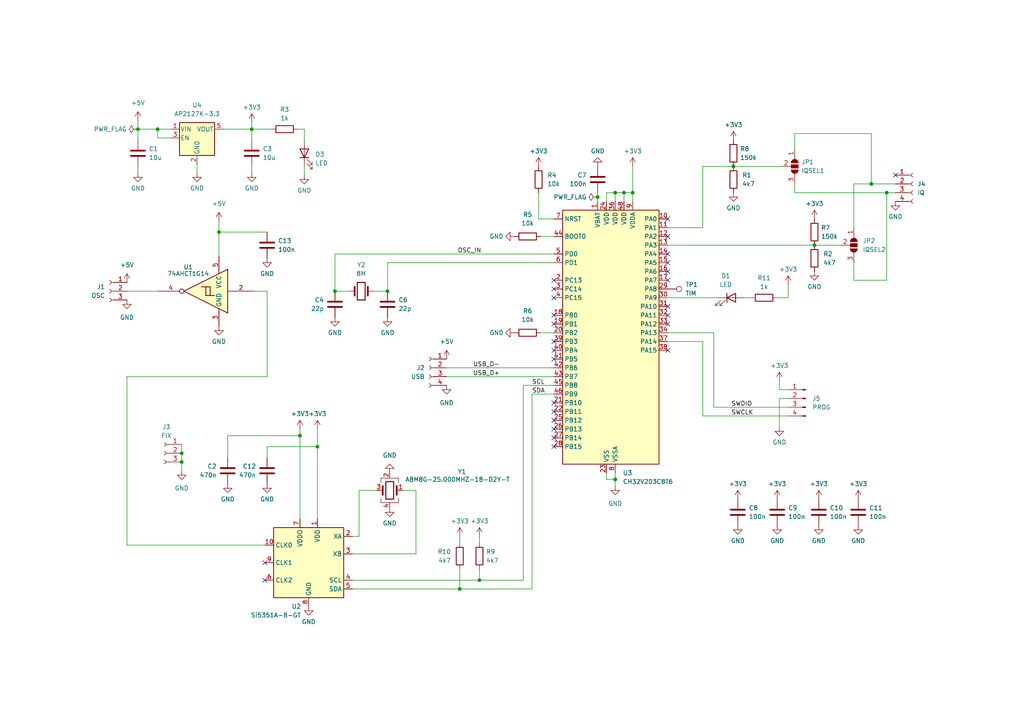
<source format=kicad_sch>
(kicad_sch (version 20231120) (generator "eeschema") (generator_version "8.0")
  (paper "A4")
  (lib_symbols
    (symbol "74xGxx:74AHCT1G14"
      (property "Reference" "U" (at -2.54 3.81 0))
      (property "Value" "74AHCT1G14" (at 0 -3.81 0))
      (symbol "74AHCT1G14_0_1"
        (polyline (pts (xy -2.54 -1.27) (xy -1.27 -1.27) (xy -1.27 1.27)) (stroke (width 0.254)) (fill (type background)))
        (polyline (pts (xy -7.62 6.35) (xy -7.62 -6.35) (xy 5.08 0) (xy -7.62 6.35)) (stroke (width 0.254)) (fill (type background)))
        (polyline (pts (xy -3.81 -1.27) (xy -2.54 -1.27) (xy -2.54 1.27) (xy 0 1.27)) (stroke (width 0.254)) (fill (type background)))
      )
      (symbol "74AHCT1G14_1_1"
        (pin input line (at -15.24 0 0) (length 7.62) (name "~") (number "2"))
        (pin power_in line (at -5.08 -10.16 90) (length 5.08) (name "GND") (number "3"))
        (pin output inverted (at 12.7 0 180) (length 7.62) (name "~") (number "4"))
        (pin power_in line (at -5.08 10.16 270) (length 5.08) (name "VCC") (number "5"))
      )
    )
    (symbol "Connector:Conn_01x03_Socket" (pin_names (offset 1.016) hide)
      (property "Reference" "J" (at 0 5.08 0))
      (property "Value" "Conn_01x03_Socket" (at 0 -5.08 0))
      (symbol "Conn_01x03_Socket_1_1"
        (arc (start 0 -2.032) (mid -0.5058 -2.54) (end 0 -3.048) (stroke (width 0.1524)))
        (polyline (pts (xy -1.27 -2.54) (xy -0.508 -2.54)) (stroke (width 0.1524)))
        (polyline (pts (xy -1.27 0) (xy -0.508 0)) (stroke (width 0.1524)))
        (polyline (pts (xy -1.27 2.54) (xy -0.508 2.54)) (stroke (width 0.1524)))
        (arc (start 0 0.508) (mid -0.5058 0) (end 0 -0.508) (stroke (width 0.1524)))
        (arc (start 0 3.048) (mid -0.5058 2.54) (end 0 2.032) (stroke (width 0.1524)))
        (pin passive line (at -5.08 2.54 0) (length 3.81) (name "Pin_1") (number "1"))
        (pin passive line (at -5.08 0 0) (length 3.81) (name "Pin_2") (number "2"))
        (pin passive line (at -5.08 -2.54 0) (length 3.81) (name "Pin_3") (number "3"))
      )
    )
    (symbol "Connector:Conn_01x04_Pin" (pin_names (offset 1.016) hide)
      (property "Reference" "J" (at 0 5.08 0))
      (property "Value" "Conn_01x04_Pin" (at 0 -7.62 0))
      (symbol "Conn_01x04_Pin_1_1"
        (polyline (pts (xy 1.27 -5.08) (xy 0.8636 -5.08)) (stroke (width 0.1524)))
        (polyline (pts (xy 1.27 -2.54) (xy 0.8636 -2.54)) (stroke (width 0.1524)))
        (polyline (pts (xy 1.27 0) (xy 0.8636 0)) (stroke (width 0.1524)))
        (polyline (pts (xy 1.27 2.54) (xy 0.8636 2.54)) (stroke (width 0.1524)))
        (rectangle (start 0.8636 -4.953) (end 0 -5.207) (stroke (width 0.1524)) (fill (type outline)))
        (rectangle (start 0.8636 -2.413) (end 0 -2.667) (stroke (width 0.1524)) (fill (type outline)))
        (rectangle (start 0.8636 0.127) (end 0 -0.127) (stroke (width 0.1524)) (fill (type outline)))
        (rectangle (start 0.8636 2.667) (end 0 2.413) (stroke (width 0.1524)) (fill (type outline)))
        (pin passive line (at 5.08 2.54 180) (length 3.81) (name "Pin_1") (number "1"))
        (pin passive line (at 5.08 0 180) (length 3.81) (name "Pin_2") (number "2"))
        (pin passive line (at 5.08 -2.54 180) (length 3.81) (name "Pin_3") (number "3"))
        (pin passive line (at 5.08 -5.08 180) (length 3.81) (name "Pin_4") (number "4"))
      )
    )
    (symbol "Connector:Conn_01x04_Socket" (pin_names (offset 1.016) hide)
      (property "Reference" "J" (at 0 5.08 0))
      (property "Value" "Conn_01x04_Socket" (at 0 -7.62 0))
      (symbol "Conn_01x04_Socket_1_1"
        (arc (start 0 -4.572) (mid -0.5058 -5.08) (end 0 -5.588) (stroke (width 0.1524)))
        (arc (start 0 -2.032) (mid -0.5058 -2.54) (end 0 -3.048) (stroke (width 0.1524)))
        (polyline (pts (xy -1.27 -5.08) (xy -0.508 -5.08)) (stroke (width 0.1524)))
        (polyline (pts (xy -1.27 -2.54) (xy -0.508 -2.54)) (stroke (width 0.1524)))
        (polyline (pts (xy -1.27 0) (xy -0.508 0)) (stroke (width 0.1524)))
        (polyline (pts (xy -1.27 2.54) (xy -0.508 2.54)) (stroke (width 0.1524)))
        (arc (start 0 0.508) (mid -0.5058 0) (end 0 -0.508) (stroke (width 0.1524)))
        (arc (start 0 3.048) (mid -0.5058 2.54) (end 0 2.032) (stroke (width 0.1524)))
        (pin passive line (at -5.08 2.54 0) (length 3.81) (name "Pin_1") (number "1"))
        (pin passive line (at -5.08 0 0) (length 3.81) (name "Pin_2") (number "2"))
        (pin passive line (at -5.08 -2.54 0) (length 3.81) (name "Pin_3") (number "3"))
        (pin passive line (at -5.08 -5.08 0) (length 3.81) (name "Pin_4") (number "4"))
      )
    )
    (symbol "Connector:TestPoint" (pin_numbers hide) (pin_names (offset 0.762) hide)
      (property "Reference" "TP" (at 0 6.858 0))
      (property "Value" "TestPoint" (at 0 5.08 0))
      (symbol "TestPoint_0_1"
        (circle (center 0 3.302) (radius 0.762))
      )
      (symbol "TestPoint_1_1"
        (pin passive line (at 0 0 90) (length 2.54) (name "1") (number "1"))
      )
    )
    (symbol "Device:C" (pin_numbers hide) (pin_names (offset 0.254))
      (property "Reference" "C" (at 0.635 2.54 0))
      (property "Value" "C" (at 0.635 -2.54 0))
      (symbol "C_0_1"
        (polyline (pts (xy -2.032 -0.762) (xy 2.032 -0.762)) (stroke (width 0.508)))
        (polyline (pts (xy -2.032 0.762) (xy 2.032 0.762)) (stroke (width 0.508)))
      )
      (symbol "C_1_1"
        (pin passive line (at 0 3.81 270) (length 2.794) (name "~") (number "1"))
        (pin passive line (at 0 -3.81 90) (length 2.794) (name "~") (number "2"))
      )
    )
    (symbol "Device:Crystal" (pin_numbers hide) (pin_names (offset 1.016) hide)
      (property "Reference" "Y" (at 0 3.81 0))
      (property "Value" "Crystal" (at 0 -3.81 0))
      (symbol "Crystal_0_1"
        (rectangle (start -1.143 2.54) (end 1.143 -2.54) (stroke (width 0.3048)))
        (polyline (pts (xy -2.54 0) (xy -1.905 0)))
        (polyline (pts (xy -1.905 -1.27) (xy -1.905 1.27)) (stroke (width 0.508)))
        (polyline (pts (xy 1.905 -1.27) (xy 1.905 1.27)) (stroke (width 0.508)))
        (polyline (pts (xy 2.54 0) (xy 1.905 0)))
      )
      (symbol "Crystal_1_1"
        (pin passive line (at -3.81 0 0) (length 1.27) (name "1") (number "1"))
        (pin passive line (at 3.81 0 180) (length 1.27) (name "2") (number "2"))
      )
    )
    (symbol "Device:Crystal_GND24" (pin_names (offset 1.016) hide)
      (property "Reference" "Y" (at 3.175 5.08 0))
      (property "Value" "Crystal_GND24" (at 3.175 3.175 0))
      (symbol "Crystal_GND24_0_1"
        (rectangle (start -1.143 2.54) (end 1.143 -2.54) (stroke (width 0.3048)))
        (polyline (pts (xy -2.54 0) (xy -2.032 0)))
        (polyline (pts (xy -2.032 -1.27) (xy -2.032 1.27)) (stroke (width 0.508)))
        (polyline (pts (xy 0 -3.81) (xy 0 -3.556)))
        (polyline (pts (xy 0 3.556) (xy 0 3.81)))
        (polyline (pts (xy 2.032 -1.27) (xy 2.032 1.27)) (stroke (width 0.508)))
        (polyline (pts (xy 2.032 0) (xy 2.54 0)))
        (polyline (pts (xy -2.54 -2.286) (xy -2.54 -3.556) (xy 2.54 -3.556) (xy 2.54 -2.286)))
        (polyline (pts (xy -2.54 2.286) (xy -2.54 3.556) (xy 2.54 3.556) (xy 2.54 2.286)))
      )
      (symbol "Crystal_GND24_1_1"
        (pin passive line (at -3.81 0 0) (length 1.27) (name "1") (number "1"))
        (pin passive line (at 0 5.08 270) (length 1.27) (name "2") (number "2"))
        (pin passive line (at 3.81 0 180) (length 1.27) (name "3") (number "3"))
        (pin passive line (at 0 -5.08 90) (length 1.27) (name "4") (number "4"))
      )
    )
    (symbol "Device:LED" (pin_numbers hide) (pin_names (offset 1.016) hide)
      (property "Reference" "D" (at 0 2.54 0))
      (property "Value" "LED" (at 0 -2.54 0))
      (symbol "LED_0_1"
        (polyline (pts (xy -1.27 -1.27) (xy -1.27 1.27)) (stroke (width 0.254)))
        (polyline (pts (xy -1.27 0) (xy 1.27 0)))
        (polyline (pts (xy 1.27 -1.27) (xy 1.27 1.27) (xy -1.27 0) (xy 1.27 -1.27)) (stroke (width 0.254)))
        (polyline (pts (xy -3.048 -0.762) (xy -4.572 -2.286) (xy -3.81 -2.286) (xy -4.572 -2.286) (xy -4.572 -1.524)))
        (polyline (pts (xy -1.778 -0.762) (xy -3.302 -2.286) (xy -2.54 -2.286) (xy -3.302 -2.286) (xy -3.302 -1.524)))
      )
      (symbol "LED_1_1"
        (pin passive line (at -3.81 0 0) (length 2.54) (name "K") (number "1"))
        (pin passive line (at 3.81 0 180) (length 2.54) (name "A") (number "2"))
      )
    )
    (symbol "Device:R" (pin_numbers hide) (pin_names (offset 0))
      (property "Reference" "R" (at 2.032 0 90))
      (property "Value" "R" (at 0 0 90))
      (symbol "R_0_1"
        (rectangle (start -1.016 -2.54) (end 1.016 2.54) (stroke (width 0.254)))
      )
      (symbol "R_1_1"
        (pin passive line (at 0 3.81 270) (length 1.27) (name "~") (number "1"))
        (pin passive line (at 0 -3.81 90) (length 1.27) (name "~") (number "2"))
      )
    )
    (symbol "Jumper:SolderJumper_3_Open" (pin_names (offset 0) hide)
      (property "Reference" "JP" (at -2.54 -2.54 0))
      (property "Value" "SolderJumper_3_Open" (at 0 2.794 0))
      (symbol "SolderJumper_3_Open_0_1"
        (arc (start -1.016 1.016) (mid -2.0276 0) (end -1.016 -1.016))
        (arc (start -1.016 1.016) (mid -2.0276 0) (end -1.016 -1.016) (fill (type outline)))
        (rectangle (start -0.508 1.016) (end 0.508 -1.016) (fill (type outline)))
        (polyline (pts (xy -2.54 0) (xy -2.032 0)))
        (polyline (pts (xy -1.016 1.016) (xy -1.016 -1.016)))
        (polyline (pts (xy 0 -1.27) (xy 0 -1.016)))
        (polyline (pts (xy 1.016 1.016) (xy 1.016 -1.016)))
        (polyline (pts (xy 2.54 0) (xy 2.032 0)))
        (arc (start 1.016 -1.016) (mid 2.0276 0) (end 1.016 1.016))
        (arc (start 1.016 -1.016) (mid 2.0276 0) (end 1.016 1.016) (fill (type outline)))
      )
      (symbol "SolderJumper_3_Open_1_1"
        (pin passive line (at -5.08 0 0) (length 2.54) (name "A") (number "1"))
        (pin passive line (at 0 -3.81 90) (length 2.54) (name "C") (number "2"))
        (pin passive line (at 5.08 0 180) (length 2.54) (name "B") (number "3"))
      )
    )
    (symbol "MCU_ST_STM32F1:STM32F103C8Tx"
      (property "Reference" "U" (at -12.7 39.37 0))
      (property "Value" "STM32F103C8Tx" (at 10.16 39.37 0))
      (symbol "STM32F103C8Tx_0_1"
        (rectangle (start -12.7 -35.56) (end 15.24 38.1) (stroke (width 0.254)) (fill (type background)))
      )
      (symbol "STM32F103C8Tx_1_1"
        (pin power_in line (at -2.54 40.64 270) (length 2.54) (name "VBAT") (number "1"))
        (pin bidirectional line (at 17.78 35.56 180) (length 2.54) (name "PA0") (number "10"))
        (pin bidirectional line (at 17.78 33.02 180) (length 2.54) (name "PA1") (number "11"))
        (pin bidirectional line (at 17.78 30.48 180) (length 2.54) (name "PA2") (number "12"))
        (pin bidirectional line (at 17.78 27.94 180) (length 2.54) (name "PA3") (number "13"))
        (pin bidirectional line (at 17.78 25.4 180) (length 2.54) (name "PA4") (number "14"))
        (pin bidirectional line (at 17.78 22.86 180) (length 2.54) (name "PA5") (number "15"))
        (pin bidirectional line (at 17.78 20.32 180) (length 2.54) (name "PA6") (number "16"))
        (pin bidirectional line (at 17.78 17.78 180) (length 2.54) (name "PA7") (number "17"))
        (pin bidirectional line (at -15.24 7.62 0) (length 2.54) (name "PB0") (number "18"))
        (pin bidirectional line (at -15.24 5.08 0) (length 2.54) (name "PB1") (number "19"))
        (pin bidirectional line (at -15.24 17.78 0) (length 2.54) (name "PC13") (number "2"))
        (pin bidirectional line (at -15.24 2.54 0) (length 2.54) (name "PB2") (number "20"))
        (pin bidirectional line (at -15.24 -17.78 0) (length 2.54) (name "PB10") (number "21"))
        (pin bidirectional line (at -15.24 -20.32 0) (length 2.54) (name "PB11") (number "22"))
        (pin power_in line (at 0 -38.1 90) (length 2.54) (name "VSS") (number "23"))
        (pin power_in line (at 0 40.64 270) (length 2.54) (name "VDD") (number "24"))
        (pin bidirectional line (at -15.24 -22.86 0) (length 2.54) (name "PB12") (number "25"))
        (pin bidirectional line (at -15.24 -25.4 0) (length 2.54) (name "PB13") (number "26"))
        (pin bidirectional line (at -15.24 -27.94 0) (length 2.54) (name "PB14") (number "27"))
        (pin bidirectional line (at -15.24 -30.48 0) (length 2.54) (name "PB15") (number "28"))
        (pin bidirectional line (at 17.78 15.24 180) (length 2.54) (name "PA8") (number "29"))
        (pin bidirectional line (at -15.24 15.24 0) (length 2.54) (name "PC14") (number "3"))
        (pin bidirectional line (at 17.78 12.7 180) (length 2.54) (name "PA9") (number "30"))
        (pin bidirectional line (at 17.78 10.16 180) (length 2.54) (name "PA10") (number "31"))
        (pin bidirectional line (at 17.78 7.62 180) (length 2.54) (name "PA11") (number "32"))
        (pin bidirectional line (at 17.78 5.08 180) (length 2.54) (name "PA12") (number "33"))
        (pin bidirectional line (at 17.78 2.54 180) (length 2.54) (name "PA13") (number "34"))
        (pin passive line (at 0 -38.1 90) (length 2.54) hide (name "VSS") (number "35"))
        (pin power_in line (at 2.54 40.64 270) (length 2.54) (name "VDD") (number "36"))
        (pin bidirectional line (at 17.78 0 180) (length 2.54) (name "PA14") (number "37"))
        (pin bidirectional line (at 17.78 -2.54 180) (length 2.54) (name "PA15") (number "38"))
        (pin bidirectional line (at -15.24 0 0) (length 2.54) (name "PB3") (number "39"))
        (pin bidirectional line (at -15.24 12.7 0) (length 2.54) (name "PC15") (number "4"))
        (pin bidirectional line (at -15.24 -2.54 0) (length 2.54) (name "PB4") (number "40"))
        (pin bidirectional line (at -15.24 -5.08 0) (length 2.54) (name "PB5") (number "41"))
        (pin bidirectional line (at -15.24 -7.62 0) (length 2.54) (name "PB6") (number "42"))
        (pin bidirectional line (at -15.24 -10.16 0) (length 2.54) (name "PB7") (number "43"))
        (pin input line (at -15.24 30.48 0) (length 2.54) (name "BOOT0") (number "44"))
        (pin bidirectional line (at -15.24 -12.7 0) (length 2.54) (name "PB8") (number "45"))
        (pin bidirectional line (at -15.24 -15.24 0) (length 2.54) (name "PB9") (number "46"))
        (pin passive line (at 0 -38.1 90) (length 2.54) hide (name "VSS") (number "47"))
        (pin power_in line (at 5.08 40.64 270) (length 2.54) (name "VDD") (number "48"))
        (pin bidirectional line (at -15.24 25.4 0) (length 2.54) (name "PD0") (number "5"))
        (pin bidirectional line (at -15.24 22.86 0) (length 2.54) (name "PD1") (number "6"))
        (pin input line (at -15.24 35.56 0) (length 2.54) (name "NRST") (number "7"))
        (pin power_in line (at 2.54 -38.1 90) (length 2.54) (name "VSSA") (number "8"))
        (pin power_in line (at 7.62 40.64 270) (length 2.54) (name "VDDA") (number "9"))
      )
    )
    (symbol "Oscillator:Si5351A-B-GT"
      (property "Reference" "U" (at -8.89 11.43 0))
      (property "Value" "Si5351A-B-GT" (at -12.7 -12.7 0))
      (symbol "Si5351A-B-GT_0_1"
        (rectangle (start -10.16 10.16) (end 10.16 -10.16) (stroke (width 0.254)) (fill (type background)))
      )
      (symbol "Si5351A-B-GT_1_1"
        (pin power_in line (at -2.54 12.7 270) (length 2.54) (name "VDD") (number "1"))
        (pin output line (at 12.7 5.08 180) (length 2.54) (name "CLK0") (number "10"))
        (pin input line (at -12.7 7.62 0) (length 2.54) (name "XA") (number "2"))
        (pin input line (at -12.7 2.54 0) (length 2.54) (name "XB") (number "3"))
        (pin input line (at -12.7 -5.08 0) (length 2.54) (name "SCL") (number "4"))
        (pin bidirectional line (at -12.7 -7.62 0) (length 2.54) (name "SDA") (number "5"))
        (pin output line (at 12.7 -5.08 180) (length 2.54) (name "CLK2") (number "6"))
        (pin power_in line (at 2.54 12.7 270) (length 2.54) (name "VDDO") (number "7"))
        (pin power_in line (at 0 -12.7 90) (length 2.54) (name "GND") (number "8"))
        (pin output line (at 12.7 0 180) (length 2.54) (name "CLK1") (number "9"))
      )
    )
    (symbol "Regulator_Linear:AP2127K-3.3" (pin_names (offset 0.254))
      (property "Reference" "U" (at -5.08 5.715 0))
      (property "Value" "AP2127K-3.3" (at 0 5.715 0))
      (symbol "AP2127K-3.3_0_1"
        (rectangle (start -5.08 4.445) (end 5.08 -5.08) (stroke (width 0.254)) (fill (type background)))
      )
      (symbol "AP2127K-3.3_1_1"
        (pin power_in line (at -7.62 2.54 0) (length 2.54) (name "VIN") (number "1"))
        (pin power_in line (at 0 -7.62 90) (length 2.54) (name "GND") (number "2"))
        (pin input line (at -7.62 0 0) (length 2.54) (name "EN") (number "3"))
        (pin no_connect line (at 5.08 0 180) (length 2.54) hide (name "NC") (number "4"))
        (pin power_out line (at 7.62 2.54 180) (length 2.54) (name "VOUT") (number "5"))
      )
    )
    (symbol "power:+3V3" (power) (pin_names (offset 0))
      (property "Value" "+3V3" (at 0 3.556 0))
      (symbol "+3V3_0_1"
        (polyline (pts (xy -0.762 1.27) (xy 0 2.54)))
        (polyline (pts (xy 0 0) (xy 0 2.54)))
        (polyline (pts (xy 0 2.54) (xy 0.762 1.27)))
      )
      (symbol "+3V3_1_1"
        (pin power_in line (at 0 0 90) (length 0) hide (name "+3V3") (number "1"))
      )
    )
    (symbol "power:+5V" (power) (pin_names (offset 0))
      (property "Value" "+5V" (at 0 3.556 0))
      (symbol "+5V_0_1"
        (polyline (pts (xy -0.762 1.27) (xy 0 2.54)))
        (polyline (pts (xy 0 0) (xy 0 2.54)))
        (polyline (pts (xy 0 2.54) (xy 0.762 1.27)))
      )
      (symbol "+5V_1_1"
        (pin power_in line (at 0 0 90) (length 0) hide (name "+5V") (number "1"))
      )
    )
    (symbol "power:GND" (power) (pin_names (offset 0))
      (property "Value" "GND" (at 0 -3.81 0))
      (symbol "GND_0_1"
        (polyline (pts (xy 0 0) (xy 0 -1.27) (xy 1.27 -1.27) (xy 0 -2.54) (xy -1.27 -1.27) (xy 0 -1.27)))
      )
      (symbol "GND_1_1"
        (pin power_in line (at 0 0 270) (length 0) hide (name "GND") (number "1"))
      )
    )
    (symbol "power:PWR_FLAG" (power) (pin_numbers hide) (pin_names (offset 0) hide)
      (property "Value" "PWR_FLAG" (at 0 3.81 0))
      (symbol "PWR_FLAG_0_0"
        (pin power_out line (at 0 0 90) (length 0) (name "pwr") (number "1"))
      )
      (symbol "PWR_FLAG_0_1"
        (polyline (pts (xy 0 0) (xy 0 1.27) (xy -1.016 1.905) (xy 0 2.54) (xy 1.016 1.905) (xy 0 1.27)))
      )
    )
  )
  (junction (at 257.175 55.88))
  (junction (at 139.065 168.275))
  (junction (at 212.725 48.26))
  (junction (at 178.435 55.88))
  (junction (at 92.075 129.54))
  (junction (at 86.995 126.365))
  (junction (at 52.705 131.445))
  (junction (at 183.515 55.88))
  (junction (at 133.35 170.815))
  (junction (at 178.435 139.065))
  (junction (at 97.155 84.455))
  (junction (at 52.705 133.985))
  (junction (at 73.025 37.465))
  (junction (at 40.005 37.465))
  (junction (at 45.72 37.465))
  (junction (at 112.395 84.455))
  (junction (at 173.355 57.15))
  (junction (at 236.22 71.12))
  (junction (at 180.975 55.88))
  (junction (at 252.73 53.34))
  (junction (at 63.5 67.31))
  (no_connect (at 193.675 73.66))
  (no_connect (at 160.655 83.82))
  (no_connect (at 160.655 119.38))
  (no_connect (at 193.675 63.5))
  (no_connect (at 160.655 127))
  (no_connect (at 160.655 116.84))
  (no_connect (at 160.655 129.54))
  (no_connect (at 160.655 124.46))
  (no_connect (at 160.655 81.28))
  (no_connect (at 193.675 78.74))
  (no_connect (at 160.655 86.36))
  (no_connect (at 160.655 121.92))
  (no_connect (at 193.675 81.28))
  (no_connect (at 160.655 91.44))
  (no_connect (at 160.655 93.98))
  (no_connect (at 160.655 99.06))
  (no_connect (at 193.675 91.44))
  (no_connect (at 160.655 101.6))
  (no_connect (at 259.715 50.8))
  (no_connect (at 160.655 104.14))
  (no_connect (at 193.675 101.6))
  (no_connect (at 193.675 88.9))
  (no_connect (at 193.675 76.2))
  (no_connect (at 193.675 93.98))
  (no_connect (at 76.835 168.275))
  (no_connect (at 76.835 163.195))
  (no_connect (at 193.675 68.58))
  (wire (pts (xy 226.06 113.03) (xy 226.06 110.49)))
  (wire (pts (xy 183.515 58.42) (xy 183.515 55.88)))
  (wire (pts (xy 259.715 55.88) (xy 257.175 55.88)))
  (wire (pts (xy 180.975 55.88) (xy 183.515 55.88)))
  (wire (pts (xy 154.305 114.3) (xy 154.305 170.815)))
  (wire (pts (xy 139.065 168.275) (xy 151.765 168.275)))
  (wire (pts (xy 183.515 48.26) (xy 183.515 55.88)))
  (wire (pts (xy 228.6 86.36) (xy 225.425 86.36)))
  (wire (pts (xy 102.235 170.815) (xy 133.35 170.815)))
  (wire (pts (xy 175.895 137.16) (xy 175.895 139.065)))
  (wire (pts (xy 139.065 165.1) (xy 139.065 168.275)))
  (wire (pts (xy 207.01 96.52) (xy 207.01 118.11)))
  (wire (pts (xy 45.72 40.005) (xy 45.72 37.465)))
  (wire (pts (xy 151.765 111.76) (xy 160.655 111.76)))
  (wire (pts (xy 64.77 37.465) (xy 73.025 37.465)))
  (wire (pts (xy 129.54 109.22) (xy 160.655 109.22)))
  (wire (pts (xy 257.175 55.88) (xy 230.505 55.88)))
  (wire (pts (xy 203.835 99.06) (xy 203.835 120.65)))
  (wire (pts (xy 77.47 129.54) (xy 92.075 129.54)))
  (wire (pts (xy 63.5 67.31) (xy 63.5 74.295)))
  (wire (pts (xy 133.35 165.1) (xy 133.35 170.815)))
  (wire (pts (xy 154.305 114.3) (xy 160.655 114.3)))
  (wire (pts (xy 247.65 53.34) (xy 247.65 66.04)))
  (wire (pts (xy 217.805 86.36) (xy 215.9 86.36)))
  (wire (pts (xy 175.895 55.88) (xy 178.435 55.88)))
  (wire (pts (xy 180.975 58.42) (xy 180.975 55.88)))
  (wire (pts (xy 139.065 155.575) (xy 139.065 157.48)))
  (wire (pts (xy 178.435 139.065) (xy 178.435 140.97)))
  (wire (pts (xy 102.235 160.655) (xy 120.65 160.655)))
  (wire (pts (xy 156.21 63.5) (xy 160.655 63.5)))
  (wire (pts (xy 180.975 55.88) (xy 178.435 55.88)))
  (wire (pts (xy 52.705 128.905) (xy 52.705 131.445)))
  (wire (pts (xy 175.895 139.065) (xy 178.435 139.065)))
  (wire (pts (xy 228.6 113.03) (xy 226.06 113.03)))
  (wire (pts (xy 88.265 37.465) (xy 86.36 37.465)))
  (wire (pts (xy 73.025 37.465) (xy 73.025 35.56)))
  (wire (pts (xy 226.06 123.825) (xy 226.06 115.57)))
  (wire (pts (xy 63.5 67.31) (xy 77.47 67.31)))
  (wire (pts (xy 173.355 57.15) (xy 173.355 58.42)))
  (wire (pts (xy 193.675 86.36) (xy 208.28 86.36)))
  (wire (pts (xy 129.54 106.68) (xy 160.655 106.68)))
  (wire (pts (xy 36.83 109.22) (xy 36.83 158.115)))
  (wire (pts (xy 178.435 137.16) (xy 178.435 139.065)))
  (wire (pts (xy 66.04 132.715) (xy 66.04 126.365)))
  (wire (pts (xy 252.73 53.34) (xy 247.65 53.34)))
  (wire (pts (xy 120.65 160.655) (xy 120.65 142.24)))
  (wire (pts (xy 133.35 170.815) (xy 154.305 170.815)))
  (wire (pts (xy 77.47 132.715) (xy 77.47 129.54)))
  (wire (pts (xy 45.72 37.465) (xy 40.005 37.465)))
  (wire (pts (xy 73.025 37.465) (xy 78.74 37.465)))
  (wire (pts (xy 57.15 47.625) (xy 57.15 50.165)))
  (wire (pts (xy 52.705 131.445) (xy 52.705 133.985)))
  (wire (pts (xy 230.505 43.18) (xy 230.505 38.735)))
  (wire (pts (xy 173.355 55.88) (xy 173.355 57.15)))
  (wire (pts (xy 212.725 48.26) (xy 226.695 48.26)))
  (wire (pts (xy 236.22 71.12) (xy 243.84 71.12)))
  (wire (pts (xy 49.53 40.005) (xy 45.72 40.005)))
  (wire (pts (xy 156.21 55.88) (xy 156.21 63.5)))
  (wire (pts (xy 97.155 73.66) (xy 160.655 73.66)))
  (wire (pts (xy 73.025 50.165) (xy 73.025 48.26)))
  (wire (pts (xy 112.395 76.2) (xy 160.655 76.2)))
  (wire (pts (xy 104.14 142.24) (xy 104.14 155.575)))
  (wire (pts (xy 207.01 118.11) (xy 228.6 118.11)))
  (wire (pts (xy 97.155 73.66) (xy 97.155 84.455)))
  (wire (pts (xy 193.675 99.06) (xy 203.835 99.06)))
  (wire (pts (xy 193.675 66.04) (xy 203.835 66.04)))
  (wire (pts (xy 52.705 133.985) (xy 52.705 136.525)))
  (wire (pts (xy 151.765 168.275) (xy 151.765 111.76)))
  (wire (pts (xy 63.5 64.135) (xy 63.5 67.31)))
  (wire (pts (xy 212.725 48.26) (xy 203.835 48.26)))
  (wire (pts (xy 203.835 48.26) (xy 203.835 66.04)))
  (wire (pts (xy 77.47 84.455) (xy 73.66 84.455)))
  (wire (pts (xy 247.65 76.2) (xy 247.65 81.28)))
  (wire (pts (xy 112.395 76.2) (xy 112.395 84.455)))
  (wire (pts (xy 252.73 38.735) (xy 252.73 53.34)))
  (wire (pts (xy 247.65 81.28) (xy 257.175 81.28)))
  (wire (pts (xy 257.175 81.28) (xy 257.175 55.88)))
  (wire (pts (xy 40.005 50.165) (xy 40.005 48.26)))
  (wire (pts (xy 40.005 37.465) (xy 40.005 40.64)))
  (wire (pts (xy 36.83 158.115) (xy 76.835 158.115)))
  (wire (pts (xy 88.265 40.64) (xy 88.265 37.465)))
  (wire (pts (xy 193.675 96.52) (xy 207.01 96.52)))
  (wire (pts (xy 73.025 37.465) (xy 73.025 40.64)))
  (wire (pts (xy 228.6 82.55) (xy 228.6 86.36)))
  (wire (pts (xy 252.73 53.34) (xy 259.715 53.34)))
  (wire (pts (xy 226.06 115.57) (xy 228.6 115.57)))
  (wire (pts (xy 77.47 109.22) (xy 36.83 109.22)))
  (wire (pts (xy 66.04 126.365) (xy 86.995 126.365)))
  (wire (pts (xy 40.005 34.925) (xy 40.005 37.465)))
  (wire (pts (xy 92.075 129.54) (xy 92.075 150.495)))
  (wire (pts (xy 109.22 142.24) (xy 104.14 142.24)))
  (wire (pts (xy 156.845 96.52) (xy 160.655 96.52)))
  (wire (pts (xy 175.895 55.88) (xy 175.895 58.42)))
  (wire (pts (xy 104.14 155.575) (xy 102.235 155.575)))
  (wire (pts (xy 230.505 55.88) (xy 230.505 53.34)))
  (wire (pts (xy 178.435 58.42) (xy 178.435 55.88)))
  (wire (pts (xy 203.835 120.65) (xy 228.6 120.65)))
  (wire (pts (xy 77.47 84.455) (xy 77.47 109.22)))
  (wire (pts (xy 156.845 68.58) (xy 160.655 68.58)))
  (wire (pts (xy 133.35 155.575) (xy 133.35 157.48)))
  (wire (pts (xy 36.83 84.455) (xy 45.72 84.455)))
  (wire (pts (xy 230.505 38.735) (xy 252.73 38.735)))
  (wire (pts (xy 86.995 126.365) (xy 86.995 150.495)))
  (wire (pts (xy 97.155 84.455) (xy 100.965 84.455)))
  (wire (pts (xy 49.53 37.465) (xy 45.72 37.465)))
  (wire (pts (xy 88.265 48.26) (xy 88.265 50.8)))
  (wire (pts (xy 92.075 124.46) (xy 92.075 129.54)))
  (wire (pts (xy 193.675 71.12) (xy 236.22 71.12)))
  (wire (pts (xy 112.395 84.455) (xy 108.585 84.455)))
  (wire (pts (xy 120.65 142.24) (xy 116.84 142.24)))
  (wire (pts (xy 86.995 124.46) (xy 86.995 126.365)))
  (wire (pts (xy 102.235 168.275) (xy 139.065 168.275)))
  (label "SWCLK" (at 212.09 120.65 0))
  (label "SCL" (at 154.305 111.76 0))
  (label "OSC_IN" (at 132.715 73.66 0))
  (label "USB_D+" (at 137.16 109.22 0))
  (label "SWDIO" (at 212.09 118.11 0))
  (label "SDA" (at 154.305 114.3 0))
  (label "USB_D-" (at 137.16 106.68 0))
  (symbol (lib_id "Device:C") (at 237.49 148.59 0) (unit 1)
    (property "Reference" "C10" (at 240.665 147.32 0) (effects (justify left)))
    (property "Value" "100n" (at 240.665 149.86 0) (effects (justify left)))
    (property "Footprint" "Capacitor_SMD:C_0805_2012Metric_Pad1.18x1.45mm_HandSolder" (effects (hide yes)))
  )
  (symbol (lib_id "power:GND") (at 149.225 96.52 270) (unit 1)
    (property "Reference" "#PWR025" (effects (hide yes)))
    (property "Value" "GND" (at 146.05 96.52 90) (effects (justify right)))
  )
  (symbol (lib_id "Device:C") (at 77.47 71.12 0) (unit 1)
    (property "Reference" "C13" (at 80.645 69.85 0) (effects (justify left)))
    (property "Value" "100n" (at 80.645 72.39 0) (effects (justify left)))
    (property "Footprint" "Capacitor_SMD:C_0805_2012Metric_Pad1.18x1.45mm_HandSolder" (effects (hide yes)))
  )
  (symbol (lib_id "power:+3V3") (at 139.065 155.575 0) (mirror y) (unit 1)
    (property "Reference" "#PWR046" (effects (hide yes)))
    (property "Value" "+3V3" (at 139.065 151.13 0))
  )
  (symbol (lib_id "power:PWR_FLAG") (at 173.355 57.15 90) (unit 1)
    (property "Reference" "#FLG02" (effects (hide yes)))
    (property "Value" "PWR_FLAG" (at 170.18 57.15 90) (effects (justify left)))
  )
  (symbol (lib_id "power:+5V") (at 63.5 64.135 0) (mirror y) (unit 1)
    (property "Reference" "#PWR05" (effects (hide yes)))
    (property "Value" "+5V" (at 63.5 59.055 0))
  )
  (symbol (lib_id "power:+3V3") (at 228.6 82.55 0) (unit 1)
    (property "Reference" "#PWR04" (effects (hide yes)))
    (property "Value" "+3V3" (at 228.6 78.105 0))
  )
  (symbol (lib_id "power:GND") (at 248.92 152.4 0) (unit 1)
    (property "Reference" "#PWR044" (effects (hide yes)))
    (property "Value" "GND" (at 248.92 156.845 0))
  )
  (symbol (lib_id "power:GND") (at 66.04 140.335 0) (mirror y) (unit 1)
    (property "Reference" "#PWR09" (effects (hide yes)))
    (property "Value" "GND" (at 66.04 144.78 0))
  )
  (symbol (lib_id "Jumper:SolderJumper_3_Open") (at 230.505 48.26 270) (unit 1)
    (property "Reference" "JP1" (at 232.41 46.99 90) (effects (justify left)))
    (property "Value" "IQSEL1" (at 232.41 49.53 90) (effects (justify left)))
    (property "Footprint" "Jumper:SolderJumper-3_P1.3mm_Open_RoundedPad1.0x1.5mm" (effects (hide yes)))
  )
  (symbol (lib_id "power:+5V") (at 36.83 81.915 0) (mirror y) (unit 1)
    (property "Reference" "#PWR039" (effects (hide yes)))
    (property "Value" "+5V" (at 36.83 76.835 0))
  )
  (symbol (lib_id "Regulator_Linear:AP2127K-3.3") (at 57.15 40.005 0) (unit 1)
    (property "Reference" "U4" (at 57.15 30.48 0))
    (property "Value" "AP2127K-3.3" (at 57.15 33.02 0))
    (property "Footprint" "Package_TO_SOT_SMD:SOT-23-5_HandSoldering" (effects (hide yes)))
    (property "Datasheet" "https://www.diodes.com/assets/Datasheets/AP2127.pdf" (effects (hide yes)))
  )
  (symbol (lib_id "power:GND") (at 88.265 50.8 0) (unit 1)
    (property "Reference" "#PWR013" (effects (hide yes)))
    (property "Value" "GND" (at 88.265 55.245 0))
  )
  (symbol (lib_id "power:GND") (at 173.355 48.26 180) (unit 1)
    (property "Reference" "#PWR026" (effects (hide yes)))
    (property "Value" "GND" (at 173.355 43.815 0))
  )
  (symbol (lib_id "power:GND") (at 212.725 55.88 0) (unit 1)
    (property "Reference" "#PWR034" (effects (hide yes)))
    (property "Value" "GND" (at 212.725 60.325 0))
  )
  (symbol (lib_id "power:GND") (at 113.03 137.16 0) (mirror x) (unit 1)
    (property "Reference" "#PWR018" (effects (hide yes)))
    (property "Value" "GND" (at 113.03 132.08 0))
  )
  (symbol (lib_id "power:GND") (at 225.425 152.4 0) (unit 1)
    (property "Reference" "#PWR036" (effects (hide yes)))
    (property "Value" "GND" (at 225.425 156.845 0))
  )
  (symbol (lib_id "Device:LED") (at 212.09 86.36 0) (unit 1)
    (property "Reference" "D1" (at 210.5025 80.01 0))
    (property "Value" "LED" (at 210.5025 82.55 0))
    (property "Footprint" "LED_SMD:LED_0805_2012Metric_Pad1.15x1.40mm_HandSolder" (effects (hide yes)))
  )
  (symbol (lib_id "power:+3V3") (at 73.025 35.56 0) (unit 1)
    (property "Reference" "#PWR010" (effects (hide yes)))
    (property "Value" "+3V3" (at 73.025 31.115 0))
  )
  (symbol (lib_id "power:GND") (at 89.535 175.895 0) (mirror y) (unit 1)
    (property "Reference" "#PWR014" (effects (hide yes)))
    (property "Value" "GND" (at 89.535 180.34 0))
  )
  (symbol (lib_id "power:+3V3") (at 236.22 63.5 0) (unit 1)
    (property "Reference" "#PWR031" (effects (hide yes)))
    (property "Value" "+3V3" (at 236.22 59.055 0))
  )
  (symbol (lib_id "power:+3V3") (at 212.725 40.64 0) (unit 1)
    (property "Reference" "#PWR033" (effects (hide yes)))
    (property "Value" "+3V3" (at 212.725 36.195 0))
  )
  (symbol (lib_id "Device:C") (at 173.355 52.07 0) (mirror y) (unit 1)
    (property "Reference" "C7" (at 170.18 50.8 0) (effects (justify left)))
    (property "Value" "100n" (at 170.18 53.34 0) (effects (justify left)))
    (property "Footprint" "Capacitor_SMD:C_0805_2012Metric_Pad1.18x1.45mm_HandSolder" (effects (hide yes)))
  )
  (symbol (lib_id "power:GND") (at 97.155 92.075 0) (unit 1)
    (property "Reference" "#PWR022" (effects (hide yes)))
    (property "Value" "GND" (at 97.155 96.52 0))
  )
  (symbol (lib_id "power:GND") (at 149.225 68.58 270) (unit 1)
    (property "Reference" "#PWR024" (effects (hide yes)))
    (property "Value" "GND" (at 146.05 68.58 90) (effects (justify right)))
  )
  (symbol (lib_id "Device:R") (at 153.035 68.58 90) (unit 1)
    (property "Reference" "R5" (at 153.035 62.23 90))
    (property "Value" "10k" (at 153.035 64.77 90))
    (property "Footprint" "Resistor_SMD:R_0805_2012Metric_Pad1.20x1.40mm_HandSolder" (effects (hide yes)))
  )
  (symbol (lib_id "Device:C") (at 248.92 148.59 0) (unit 1)
    (property "Reference" "C11" (at 252.095 147.32 0) (effects (justify left)))
    (property "Value" "100n" (at 252.095 149.86 0) (effects (justify left)))
    (property "Footprint" "Capacitor_SMD:C_0805_2012Metric_Pad1.18x1.45mm_HandSolder" (effects (hide yes)))
  )
  (symbol (lib_id "power:+3V3") (at 156.21 48.26 0) (unit 1)
    (property "Reference" "#PWR020" (effects (hide yes)))
    (property "Value" "+3V3" (at 156.21 43.815 0))
  )
  (symbol (lib_id "Device:C") (at 213.995 148.59 0) (unit 1)
    (property "Reference" "C8" (at 217.17 147.32 0) (effects (justify left)))
    (property "Value" "100n" (at 217.17 149.86 0) (effects (justify left)))
    (property "Footprint" "Capacitor_SMD:C_0805_2012Metric_Pad1.18x1.45mm_HandSolder" (effects (hide yes)))
  )
  (symbol (lib_id "power:GND") (at 237.49 152.4 0) (unit 1)
    (property "Reference" "#PWR042" (effects (hide yes)))
    (property "Value" "GND" (at 237.49 156.845 0))
  )
  (symbol (lib_id "Device:C") (at 97.155 88.265 0) (mirror y) (unit 1)
    (property "Reference" "C4" (at 93.98 86.995 0) (effects (justify left)))
    (property "Value" "22p" (at 93.98 89.535 0) (effects (justify left)))
    (property "Footprint" "Capacitor_SMD:C_0805_2012Metric_Pad1.18x1.45mm_HandSolder" (effects (hide yes)))
  )
  (symbol (lib_id "power:+5V") (at 129.54 104.14 0) (unit 1)
    (property "Reference" "#PWR016" (effects (hide yes)))
    (property "Value" "+5V" (at 129.54 99.06 0))
  )
  (symbol (lib_id "Device:R") (at 153.035 96.52 90) (unit 1)
    (property "Reference" "R6" (at 153.035 90.17 90))
    (property "Value" "10k" (at 153.035 92.71 90))
    (property "Footprint" "Resistor_SMD:R_0805_2012Metric_Pad1.20x1.40mm_HandSolder" (effects (hide yes)))
  )
  (symbol (lib_id "power:GND") (at 213.995 152.4 0) (unit 1)
    (property "Reference" "#PWR030" (effects (hide yes)))
    (property "Value" "GND" (at 213.995 156.845 0))
  )
  (symbol (lib_id "Device:C") (at 73.025 44.45 0) (unit 1)
    (property "Reference" "C3" (at 76.2 43.18 0) (effects (justify left)))
    (property "Value" "10u" (at 76.2 45.72 0) (effects (justify left)))
    (property "Footprint" "Capacitor_SMD:C_0805_2012Metric_Pad1.18x1.45mm_HandSolder" (effects (hide yes)))
  )
  (symbol (lib_id "MCU_ST_STM32F1:STM32F103C8Tx") (at 175.895 99.06 0) (unit 1)
    (property "Reference" "U3" (at 180.6291 137.16 0) (effects (justify left)))
    (property "Value" "CH32V203C8T6" (at 180.6291 139.7 0) (effects (justify left)))
    (property "Footprint" "Package_QFP:LQFP-48_7x7mm_P0.5mm" (effects (hide yes)))
    (property "Datasheet" "https://www.st.com/resource/en/datasheet/stm32f103c8.pdf" (effects (hide yes)))
  )
  (symbol (lib_id "Device:Crystal") (at 104.775 84.455 0) (unit 1)
    (property "Reference" "Y2" (at 104.775 76.835 0))
    (property "Value" "8M" (at 104.775 79.375 0))
    (property "Footprint" "Crystal:Crystal_HC49-4H_Vertical" (effects (hide yes)))
  )
  (symbol (lib_id "Device:R") (at 133.35 161.29 0) (mirror x) (unit 1)
    (property "Reference" "R10" (at 130.81 160.02 0) (effects (justify right)))
    (property "Value" "4k7" (at 130.81 162.56 0) (effects (justify right)))
    (property "Footprint" "Resistor_SMD:R_0805_2012Metric_Pad1.20x1.40mm_HandSolder" (effects (hide yes)))
  )
  (symbol (lib_id "power:GND") (at 77.47 74.93 0) (unit 1)
    (property "Reference" "#PWR047" (effects (hide yes)))
    (property "Value" "GND" (at 77.47 79.375 0))
  )
  (symbol (lib_id "Device:C") (at 77.47 136.525 0) (mirror y) (unit 1)
    (property "Reference" "C12" (at 74.295 135.255 0) (effects (justify left)))
    (property "Value" "470n" (at 74.295 137.795 0) (effects (justify left)))
    (property "Footprint" "Capacitor_SMD:C_0805_2012Metric_Pad1.18x1.45mm_HandSolder" (effects (hide yes)))
  )
  (symbol (lib_id "power:+3V3") (at 226.06 110.49 0) (unit 1)
    (property "Reference" "#PWR037" (effects (hide yes)))
    (property "Value" "+3V3" (at 226.06 106.045 0))
  )
  (symbol (lib_id "power:+3V3") (at 183.515 48.26 0) (unit 1)
    (property "Reference" "#PWR028" (effects (hide yes)))
    (property "Value" "+3V3" (at 183.515 43.815 0))
  )
  (symbol (lib_id "power:GND") (at 57.15 50.165 0) (unit 1)
    (property "Reference" "#PWR07" (effects (hide yes)))
    (property "Value" "GND" (at 57.15 54.61 0))
  )
  (symbol (lib_id "power:GND") (at 36.83 86.995 0) (mirror y) (unit 1)
    (property "Reference" "#PWR06" (effects (hide yes)))
    (property "Value" "GND" (at 36.83 92.075 0))
  )
  (symbol (lib_id "Device:R") (at 236.22 67.31 0) (unit 1)
    (property "Reference" "R7" (at 238.125 66.04 0) (effects (justify left)))
    (property "Value" "150k" (at 238.125 68.58 0) (effects (justify left)))
    (property "Footprint" "Resistor_SMD:R_0805_2012Metric_Pad1.20x1.40mm_HandSolder" (effects (hide yes)))
  )
  (symbol (lib_id "power:+3V3") (at 248.92 144.78 0) (unit 1)
    (property "Reference" "#PWR043" (effects (hide yes)))
    (property "Value" "+3V3" (at 248.92 140.335 0))
  )
  (symbol (lib_id "Jumper:SolderJumper_3_Open") (at 247.65 71.12 270) (unit 1)
    (property "Reference" "JP2" (at 250.19 69.85 90) (effects (justify left)))
    (property "Value" "IQSEL2" (at 250.19 72.39 90) (effects (justify left)))
    (property "Footprint" "Jumper:SolderJumper-3_P1.3mm_Open_RoundedPad1.0x1.5mm" (effects (hide yes)))
  )
  (symbol (lib_id "power:PWR_FLAG") (at 40.005 37.465 90) (unit 1)
    (property "Reference" "#FLG01" (effects (hide yes)))
    (property "Value" "PWR_FLAG" (at 36.83 37.465 90) (effects (justify left)))
  )
  (symbol (lib_id "power:+3V3") (at 225.425 144.78 0) (unit 1)
    (property "Reference" "#PWR035" (effects (hide yes)))
    (property "Value" "+3V3" (at 225.425 140.335 0))
  )
  (symbol (lib_id "power:GND") (at 259.715 58.42 0) (unit 1)
    (property "Reference" "#PWR040" (effects (hide yes)))
    (property "Value" "GND" (at 259.715 62.865 0))
  )
  (symbol (lib_id "Connector:Conn_01x04_Socket") (at 124.46 106.68 0) (mirror y) (unit 1)
    (property "Reference" "J2" (at 123.19 106.68 0) (effects (justify left)))
    (property "Value" "USB" (at 123.19 109.22 0) (effects (justify left)))
    (property "Footprint" "Connector_PinSocket_2.54mm:PinSocket_1x04_P2.54mm_Vertical" (effects (hide yes)))
  )
  (symbol (lib_id "74xGxx:74AHCT1G14") (at 58.42 84.455 0) (mirror y) (unit 1)
    (property "Reference" "U1" (at 54.61 77.47 0))
    (property "Value" "74AHCT1G14" (at 54.61 79.375 0))
    (property "Footprint" "Package_TO_SOT_SMD:SOT-23-5_HandSoldering" (effects (hide yes)))
    (property "Datasheet" "http://www.ti.com/lit/sg/scyt129e/scyt129e.pdf" (effects (hide yes)))
  )
  (symbol (lib_id "power:GND") (at 77.47 140.335 0) (mirror y) (unit 1)
    (property "Reference" "#PWR048" (effects (hide yes)))
    (property "Value" "GND" (at 77.47 144.78 0))
  )
  (symbol (lib_id "power:GND") (at 113.03 147.32 0) (mirror y) (unit 1)
    (property "Reference" "#PWR019" (effects (hide yes)))
    (property "Value" "GND" (at 113.03 151.765 0))
  )
  (symbol (lib_id "Device:C") (at 225.425 148.59 0) (unit 1)
    (property "Reference" "C9" (at 228.6 147.32 0) (effects (justify left)))
    (property "Value" "100n" (at 228.6 149.86 0) (effects (justify left)))
    (property "Footprint" "Capacitor_SMD:C_0805_2012Metric_Pad1.18x1.45mm_HandSolder" (effects (hide yes)))
  )
  (symbol (lib_id "power:GND") (at 40.005 50.165 0) (unit 1)
    (property "Reference" "#PWR02" (effects (hide yes)))
    (property "Value" "GND" (at 40.005 54.61 0))
  )
  (symbol (lib_id "Connector:Conn_01x04_Pin") (at 233.68 115.57 0) (mirror y) (unit 1)
    (property "Reference" "J5" (at 235.585 115.57 0) (effects (justify right)))
    (property "Value" "PROG" (at 235.585 118.11 0) (effects (justify right)))
    (property "Footprint" "Connector_PinHeader_2.54mm:PinHeader_1x04_P2.54mm_Vertical" (effects (hide yes)))
  )
  (symbol (lib_id "power:GND") (at 73.025 50.165 0) (unit 1)
    (property "Reference" "#PWR011" (effects (hide yes)))
    (property "Value" "GND" (at 73.025 54.61 0))
  )
  (symbol (lib_id "Connector:TestPoint") (at 193.675 83.82 270) (unit 1)
    (property "Reference" "TP1" (at 198.755 82.55 90) (effects (justify left)))
    (property "Value" "TIM" (at 198.755 85.09 90) (effects (justify left)))
    (property "Footprint" "TestPoint:TestPoint_THTPad_1.5x1.5mm_Drill0.7mm" (effects (hide yes)))
  )
  (symbol (lib_id "Connector:Conn_01x04_Socket") (at 264.795 53.34 0) (unit 1)
    (property "Reference" "J4" (at 266.065 53.34 0) (effects (justify left)))
    (property "Value" "IQ" (at 266.065 55.88 0) (effects (justify left)))
    (property "Footprint" "Connector_PinSocket_2.54mm:PinSocket_1x04_P2.54mm_Vertical" (effects (hide yes)))
  )
  (symbol (lib_id "Device:LED") (at 88.265 44.45 90) (unit 1)
    (property "Reference" "D3" (at 91.44 44.7675 90) (effects (justify right)))
    (property "Value" "LED" (at 91.44 47.3075 90) (effects (justify right)))
    (property "Footprint" "LED_SMD:LED_0805_2012Metric_Pad1.15x1.40mm_HandSolder" (effects (hide yes)))
  )
  (symbol (lib_id "power:GND") (at 226.06 123.825 0) (unit 1)
    (property "Reference" "#PWR038" (effects (hide yes)))
    (property "Value" "GND" (at 226.06 128.27 0))
  )
  (symbol (lib_id "power:GND") (at 63.5 94.615 0) (unit 1)
    (property "Reference" "#PWR08" (effects (hide yes)))
    (property "Value" "GND" (at 63.5 99.06 0))
  )
  (symbol (lib_id "Device:C") (at 112.395 88.265 0) (unit 1)
    (property "Reference" "C6" (at 115.57 86.995 0) (effects (justify left)))
    (property "Value" "22p" (at 115.57 89.535 0) (effects (justify left)))
    (property "Footprint" "Capacitor_SMD:C_0805_2012Metric_Pad1.18x1.45mm_HandSolder" (effects (hide yes)))
  )
  (symbol (lib_id "power:+3V3") (at 213.995 144.78 0) (unit 1)
    (property "Reference" "#PWR029" (effects (hide yes)))
    (property "Value" "+3V3" (at 213.995 140.335 0))
  )
  (symbol (lib_id "Oscillator:Si5351A-B-GT") (at 89.535 163.195 0) (mirror y) (unit 1)
    (property "Reference" "U2" (at 87.3409 175.895 0) (effects (justify left)))
    (property "Value" "Si5351A-B-GT" (at 87.3409 178.435 0) (effects (justify left)))
    (property "Footprint" "Package_SO:MSOP-10_3x3mm_P0.5mm" (effects (hide yes)))
    (property "Datasheet" "https://www.silabs.com/documents/public/data-sheets/Si5351-B.pdf" (effects (hide yes)))
  )
  (symbol (lib_id "Connector:Conn_01x03_Socket") (at 31.75 84.455 0) (mirror y) (unit 1)
    (property "Reference" "J1" (at 30.48 83.185 0) (effects (justify left)))
    (property "Value" "OSC" (at 30.48 85.725 0) (effects (justify left)))
    (property "Footprint" "Connector_PinSocket_2.54mm:PinSocket_1x03_P2.54mm_Vertical" (effects (hide yes)))
  )
  (symbol (lib_id "Device:R") (at 212.725 44.45 0) (unit 1)
    (property "Reference" "R8" (at 214.63 43.18 0) (effects (justify left)))
    (property "Value" "150k" (at 214.63 45.72 0) (effects (justify left)))
    (property "Footprint" "Resistor_SMD:R_0805_2012Metric_Pad1.20x1.40mm_HandSolder" (effects (hide yes)))
  )
  (symbol (lib_id "Device:R") (at 212.725 52.07 0) (unit 1)
    (property "Reference" "R1" (at 215.265 50.8 0) (effects (justify left)))
    (property "Value" "4k7" (at 215.265 53.34 0) (effects (justify left)))
    (property "Footprint" "Resistor_SMD:R_0805_2012Metric_Pad1.20x1.40mm_HandSolder" (effects (hide yes)))
  )
  (symbol (lib_id "Device:R") (at 236.22 74.93 0) (unit 1)
    (property "Reference" "R2" (at 238.76 73.66 0) (effects (justify left)))
    (property "Value" "4k7" (at 238.76 76.2 0) (effects (justify left)))
    (property "Footprint" "Resistor_SMD:R_0805_2012Metric_Pad1.20x1.40mm_HandSolder" (effects (hide yes)))
  )
  (symbol (lib_id "Device:R") (at 139.065 161.29 180) (unit 1)
    (property "Reference" "R9" (at 140.97 160.02 0) (effects (justify right)))
    (property "Value" "4k7" (at 140.97 162.56 0) (effects (justify right)))
    (property "Footprint" "Resistor_SMD:R_0805_2012Metric_Pad1.20x1.40mm_HandSolder" (effects (hide yes)))
  )
  (symbol (lib_id "power:GND") (at 236.22 78.74 0) (unit 1)
    (property "Reference" "#PWR032" (effects (hide yes)))
    (property "Value" "GND" (at 236.22 83.185 0))
  )
  (symbol (lib_id "Device:R") (at 82.55 37.465 90) (unit 1)
    (property "Reference" "R3" (at 82.55 31.75 90))
    (property "Value" "1k" (at 82.55 34.29 90))
    (property "Footprint" "Resistor_SMD:R_0805_2012Metric_Pad1.20x1.40mm_HandSolder" (effects (hide yes)))
  )
  (symbol (lib_id "power:+3V3") (at 92.075 124.46 0) (mirror y) (unit 1)
    (property "Reference" "#PWR015" (effects (hide yes)))
    (property "Value" "+3V3" (at 92.075 120.015 0))
  )
  (symbol (lib_id "Device:Crystal_GND24") (at 113.03 142.24 0) (mirror y) (unit 1)
    (property "Reference" "Y1" (at 133.985 136.7791 0))
    (property "Value" "ABM8G-25.000MHZ-18-D2Y-T" (at 132.715 139.065 0))
    (property "Footprint" "Oscillator:Oscillator_SMD_SeikoEpson_SG8002CE-4Pin_3.2x2.5mm_HandSoldering" (effects (hide yes)))
  )
  (symbol (lib_id "Connector:Conn_01x03_Socket") (at 47.625 131.445 0) (mirror y) (unit 1)
    (property "Reference" "J3" (at 48.26 123.825 0))
    (property "Value" "FIX" (at 48.26 126.365 0))
    (property "Footprint" "Connector_PinSocket_2.54mm:PinSocket_1x03_P2.54mm_Vertical" (effects (hide yes)))
  )
  (symbol (lib_id "Device:C") (at 40.005 44.45 0) (unit 1)
    (property "Reference" "C1" (at 43.18 43.18 0) (effects (justify left)))
    (property "Value" "10u" (at 43.18 45.72 0) (effects (justify left)))
    (property "Footprint" "Capacitor_SMD:C_0805_2012Metric_Pad1.18x1.45mm_HandSolder" (effects (hide yes)))
  )
  (symbol (lib_id "Device:C") (at 66.04 136.525 0) (mirror y) (unit 1)
    (property "Reference" "C2" (at 62.865 135.255 0) (effects (justify left)))
    (property "Value" "470n" (at 62.865 137.795 0) (effects (justify left)))
    (property "Footprint" "Capacitor_SMD:C_0805_2012Metric_Pad1.18x1.45mm_HandSolder" (effects (hide yes)))
  )
  (symbol (lib_id "power:GND") (at 178.435 140.97 0) (unit 1)
    (property "Reference" "#PWR027" (effects (hide yes)))
    (property "Value" "GND" (at 178.435 146.05 0))
  )
  (symbol (lib_id "power:+5V") (at 40.005 34.925 0) (unit 1)
    (property "Reference" "#PWR01" (effects (hide yes)))
    (property "Value" "+5V" (at 40.005 29.845 0))
  )
  (symbol (lib_id "power:+3V3") (at 133.35 155.575 0) (mirror y) (unit 1)
    (property "Reference" "#PWR045" (effects (hide yes)))
    (property "Value" "+3V3" (at 133.35 151.13 0))
  )
  (symbol (lib_id "power:+3V3") (at 237.49 144.78 0) (unit 1)
    (property "Reference" "#PWR041" (effects (hide yes)))
    (property "Value" "+3V3" (at 237.49 140.335 0))
  )
  (symbol (lib_id "power:+3V3") (at 86.995 124.46 0) (mirror y) (unit 1)
    (property "Reference" "#PWR012" (effects (hide yes)))
    (property "Value" "+3V3" (at 86.995 120.015 0))
  )
  (symbol (lib_id "power:GND") (at 52.705 136.525 0) (mirror y) (unit 1)
    (property "Reference" "#PWR03" (effects (hide yes)))
    (property "Value" "GND" (at 52.705 141.605 0))
  )
  (symbol (lib_id "power:GND") (at 129.54 111.76 0) (unit 1)
    (property "Reference" "#PWR017" (effects (hide yes)))
    (property "Value" "GND" (at 129.54 116.84 0))
  )
  (symbol (lib_id "Device:R") (at 156.21 52.07 180) (unit 1)
    (property "Reference" "R4" (at 158.75 50.8 0) (effects (justify right)))
    (property "Value" "10k" (at 158.75 53.34 0) (effects (justify right)))
    (property "Footprint" "Resistor_SMD:R_0805_2012Metric_Pad1.20x1.40mm_HandSolder" (effects (hide yes)))
  )
  (symbol (lib_id "power:GND") (at 112.395 92.075 0) (unit 1)
    (property "Reference" "#PWR023" (effects (hide yes)))
    (property "Value" "GND" (at 112.395 96.52 0))
  )
  (symbol (lib_id "Device:R") (at 221.615 86.36 90) (unit 1)
    (property "Reference" "R11" (at 221.615 80.645 90))
    (property "Value" "1k" (at 221.615 83.185 90))
    (property "Footprint" "Resistor_SMD:R_0805_2012Metric_Pad1.20x1.40mm_HandSolder" (effects (hide yes)))
  )
)
</source>
